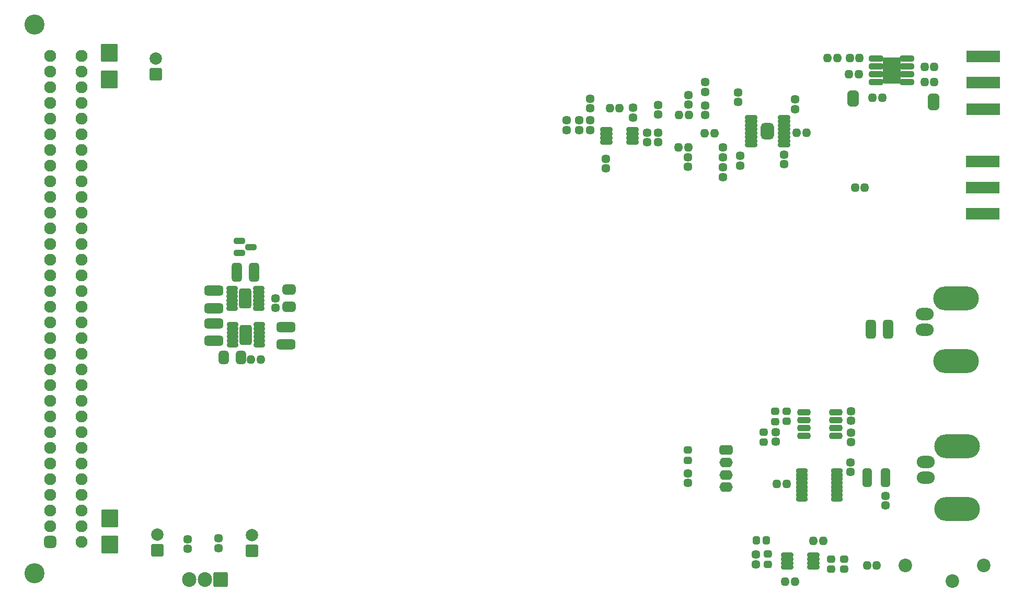
<source format=gbr>
G04 #@! TF.GenerationSoftware,KiCad,Pcbnew,(6.0.7)*
G04 #@! TF.CreationDate,2023-03-22T23:35:36+01:00*
G04 #@! TF.ProjectId,phase-frequency_detector,70686173-652d-4667-9265-7175656e6379,1.4.1*
G04 #@! TF.SameCoordinates,Original*
G04 #@! TF.FileFunction,Soldermask,Top*
G04 #@! TF.FilePolarity,Negative*
%FSLAX46Y46*%
G04 Gerber Fmt 4.6, Leading zero omitted, Abs format (unit mm)*
G04 Created by KiCad (PCBNEW (6.0.7)) date 2023-03-22 23:35:36*
%MOMM*%
%LPD*%
G01*
G04 APERTURE LIST*
G04 Aperture macros list*
%AMRoundRect*
0 Rectangle with rounded corners*
0 $1 Rounding radius*
0 $2 $3 $4 $5 $6 $7 $8 $9 X,Y pos of 4 corners*
0 Add a 4 corners polygon primitive as box body*
4,1,4,$2,$3,$4,$5,$6,$7,$8,$9,$2,$3,0*
0 Add four circle primitives for the rounded corners*
1,1,$1+$1,$2,$3*
1,1,$1+$1,$4,$5*
1,1,$1+$1,$6,$7*
1,1,$1+$1,$8,$9*
0 Add four rect primitives between the rounded corners*
20,1,$1+$1,$2,$3,$4,$5,0*
20,1,$1+$1,$4,$5,$6,$7,0*
20,1,$1+$1,$6,$7,$8,$9,0*
20,1,$1+$1,$8,$9,$2,$3,0*%
%AMFreePoly0*
4,1,41,0.586777,0.930194,0.656366,0.874698,0.694986,0.794504,0.700000,0.750000,0.700000,-0.750000,0.680194,-0.836777,0.624698,-0.906366,0.544504,-0.944986,0.500000,-0.950000,0.000000,-0.950000,-0.023504,-0.944635,-0.083606,-0.943534,-0.139582,-0.934468,-0.274897,-0.892193,-0.326080,-0.867780,-0.444090,-0.789225,-0.486362,-0.751429,-0.577582,-0.642910,-0.607548,-0.594768,-0.664643,-0.465009,
-0.679893,-0.410393,-0.697476,-0.275933,-0.697084,-0.275882,-0.700000,-0.250000,-0.700000,0.250000,-0.697921,0.259109,-0.697582,0.286880,-0.675771,0.426957,-0.659192,0.481183,-0.598944,0.609508,-0.567811,0.656904,-0.473967,0.763162,-0.430783,0.799915,-0.310888,0.875563,-0.259125,0.898717,-0.122818,0.937674,-0.066635,0.945370,-0.042411,0.945222,0.000000,0.950000,0.500000,0.950000,
0.586777,0.930194,0.586777,0.930194,$1*%
%AMFreePoly1*
4,1,41,0.022678,0.944824,0.075125,0.944504,0.131210,0.936123,0.267031,0.895504,0.318507,0.871718,0.437469,0.794611,0.480202,0.757333,0.572740,0.649936,0.603290,0.602165,0.661967,0.473113,0.677883,0.418686,0.697980,0.278353,0.700000,0.250000,0.700000,-0.250000,0.699985,-0.252439,0.699836,-0.264655,0.697079,-0.295398,0.673559,-0.435199,0.656318,-0.489221,0.594506,-0.616800,
0.562797,-0.663810,0.467662,-0.768914,0.424032,-0.805137,0.303222,-0.879314,0.251181,-0.901834,0.114408,-0.939123,0.058135,-0.946132,0.037663,-0.945757,0.000000,-0.950000,-0.500000,-0.950000,-0.586777,-0.930194,-0.656366,-0.874698,-0.694986,-0.794504,-0.700000,-0.750000,-0.700000,0.750000,-0.680194,0.836777,-0.624698,0.906366,-0.544504,0.944986,-0.500000,0.950000,0.000000,0.950000,
0.022678,0.944824,0.022678,0.944824,$1*%
G04 Aperture macros list end*
%ADD10RoundRect,0.350000X-0.825000X-0.150000X0.825000X-0.150000X0.825000X0.150000X-0.825000X0.150000X0*%
%ADD11RoundRect,0.200000X-1.205000X-1.905000X1.205000X-1.905000X1.205000X1.905000X-1.205000X1.905000X0*%
%ADD12RoundRect,0.302500X0.697500X0.102500X-0.697500X0.102500X-0.697500X-0.102500X0.697500X-0.102500X0*%
%ADD13RoundRect,0.637500X0.437500X0.712500X-0.437500X0.712500X-0.437500X-0.712500X0.437500X-0.712500X0*%
%ADD14RoundRect,0.425000X-0.225000X-0.250000X0.225000X-0.250000X0.225000X0.250000X-0.225000X0.250000X0*%
%ADD15RoundRect,0.450000X-1.075000X0.375000X-1.075000X-0.375000X1.075000X-0.375000X1.075000X0.375000X0*%
%ADD16RoundRect,0.450000X1.075000X-0.375000X1.075000X0.375000X-1.075000X0.375000X-1.075000X-0.375000X0*%
%ADD17RoundRect,0.418750X-0.218750X-0.256250X0.218750X-0.256250X0.218750X0.256250X-0.218750X0.256250X0*%
%ADD18RoundRect,0.418750X0.256250X-0.218750X0.256250X0.218750X-0.256250X0.218750X-0.256250X-0.218750X0*%
%ADD19RoundRect,0.450000X0.625000X-0.375000X0.625000X0.375000X-0.625000X0.375000X-0.625000X-0.375000X0*%
%ADD20RoundRect,0.450000X0.375000X0.625000X-0.375000X0.625000X-0.375000X-0.625000X0.375000X-0.625000X0*%
%ADD21RoundRect,0.418750X-0.256250X0.218750X-0.256250X-0.218750X0.256250X-0.218750X0.256250X0.218750X0*%
%ADD22RoundRect,0.450000X0.375000X1.075000X-0.375000X1.075000X-0.375000X-1.075000X0.375000X-1.075000X0*%
%ADD23RoundRect,0.418750X0.218750X0.256250X-0.218750X0.256250X-0.218750X-0.256250X0.218750X-0.256250X0*%
%ADD24C,2.200000*%
%ADD25RoundRect,0.300000X-0.625000X-0.100000X0.625000X-0.100000X0.625000X0.100000X-0.625000X0.100000X0*%
%ADD26RoundRect,0.450000X-0.575000X-1.175000X0.575000X-1.175000X0.575000X1.175000X-0.575000X1.175000X0*%
%ADD27RoundRect,0.300000X-0.712500X-0.100000X0.712500X-0.100000X0.712500X0.100000X-0.712500X0.100000X0*%
%ADD28RoundRect,0.300000X0.712500X0.100000X-0.712500X0.100000X-0.712500X-0.100000X0.712500X-0.100000X0*%
%ADD29RoundRect,0.425000X0.225000X0.250000X-0.225000X0.250000X-0.225000X-0.250000X0.225000X-0.250000X0*%
%ADD30RoundRect,0.200000X0.800000X-0.800000X0.800000X0.800000X-0.800000X0.800000X-0.800000X-0.800000X0*%
%ADD31C,2.000000*%
%ADD32RoundRect,0.425000X-0.250000X0.225000X-0.250000X-0.225000X0.250000X-0.225000X0.250000X0.225000X0*%
%ADD33C,3.250000*%
%ADD34RoundRect,0.449999X0.525001X-0.525001X0.525001X0.525001X-0.525001X0.525001X-0.525001X-0.525001X0*%
%ADD35C,1.950000*%
%ADD36RoundRect,0.200000X0.952500X1.000000X-0.952500X1.000000X-0.952500X-1.000000X0.952500X-1.000000X0*%
%ADD37O,2.305000X2.400000*%
%ADD38RoundRect,0.425000X0.250000X-0.225000X0.250000X0.225000X-0.250000X0.225000X-0.250000X-0.225000X0*%
%ADD39RoundRect,0.200000X1.150000X-1.250000X1.150000X1.250000X-1.150000X1.250000X-1.150000X-1.250000X0*%
%ADD40RoundRect,0.400000X-0.275000X0.200000X-0.275000X-0.200000X0.275000X-0.200000X0.275000X0.200000X0*%
%ADD41RoundRect,0.400000X0.275000X-0.200000X0.275000X0.200000X-0.275000X0.200000X-0.275000X-0.200000X0*%
%ADD42RoundRect,0.400000X0.200000X0.275000X-0.200000X0.275000X-0.200000X-0.275000X0.200000X-0.275000X0*%
%ADD43RoundRect,0.450000X-0.312500X-1.075000X0.312500X-1.075000X0.312500X1.075000X-0.312500X1.075000X0*%
%ADD44RoundRect,0.300000X-0.637500X-0.100000X0.637500X-0.100000X0.637500X0.100000X-0.637500X0.100000X0*%
%ADD45RoundRect,0.350000X-0.725000X-0.150000X0.725000X-0.150000X0.725000X0.150000X-0.725000X0.150000X0*%
%ADD46RoundRect,0.200000X2.540000X-0.750000X2.540000X0.750000X-2.540000X0.750000X-2.540000X-0.750000X0*%
%ADD47O,2.900000X2.000000*%
%ADD48O,7.400000X3.900000*%
%ADD49RoundRect,0.450000X-0.625000X0.350000X-0.625000X-0.350000X0.625000X-0.350000X0.625000X0.350000X0*%
%ADD50O,2.150000X1.600000*%
%ADD51RoundRect,0.350000X-0.587500X-0.150000X0.587500X-0.150000X0.587500X0.150000X-0.587500X0.150000X0*%
%ADD52FreePoly0,90.000000*%
%ADD53FreePoly1,90.000000*%
%ADD54FreePoly0,270.000000*%
%ADD55FreePoly1,270.000000*%
G04 APERTURE END LIST*
D10*
X209225000Y-61095000D03*
X209225000Y-62365000D03*
X209225000Y-63635000D03*
X209225000Y-64905000D03*
X214175000Y-64905000D03*
X214175000Y-63635000D03*
X214175000Y-62365000D03*
X214175000Y-61095000D03*
D11*
X211700000Y-63000000D03*
D12*
X194254300Y-75040000D03*
X194254300Y-74405000D03*
X194254300Y-73770000D03*
X194254300Y-73135000D03*
X194254300Y-72500000D03*
X194254300Y-71865000D03*
X194254300Y-71230000D03*
X194254300Y-70595000D03*
X188945700Y-70595000D03*
X188945700Y-71230000D03*
X188945700Y-71865000D03*
X188945700Y-72500000D03*
X188945700Y-73135000D03*
X188945700Y-73770000D03*
X188945700Y-74405000D03*
X188945700Y-75040000D03*
D13*
X191600000Y-72817500D03*
D14*
X204825000Y-63600000D03*
X206375000Y-63600000D03*
D15*
X101900000Y-98700000D03*
X101900000Y-101500000D03*
D16*
X101900000Y-106800000D03*
X101900000Y-104000000D03*
D17*
X196312500Y-73100000D03*
X197887500Y-73100000D03*
D18*
X196100000Y-69287500D03*
X196100000Y-67712500D03*
D19*
X114100000Y-101300000D03*
X114100000Y-98500000D03*
D20*
X106300000Y-109500000D03*
X103500000Y-109500000D03*
D21*
X194300000Y-76612500D03*
X194300000Y-78187500D03*
D18*
X181500000Y-66487500D03*
X181500000Y-64912500D03*
D22*
X108400000Y-95700000D03*
X105600000Y-95700000D03*
D18*
X178700000Y-78637500D03*
X178700000Y-77062500D03*
X178750000Y-68537500D03*
X178750000Y-66962500D03*
X162850000Y-69137500D03*
X162850000Y-67562500D03*
D21*
X161100000Y-71062500D03*
X161100000Y-72637500D03*
X165400000Y-77312500D03*
X165400000Y-78887500D03*
D18*
X169850000Y-70637500D03*
X169850000Y-69062500D03*
D21*
X184350000Y-78712500D03*
X184350000Y-80287500D03*
X173850000Y-73062500D03*
X173850000Y-74637500D03*
D17*
X199047000Y-139192000D03*
X200622000Y-139192000D03*
X194462300Y-145783300D03*
X196037300Y-145783300D03*
D18*
X189738000Y-142986400D03*
X189738000Y-141411400D03*
X111900000Y-101487500D03*
X111900000Y-99912500D03*
D17*
X107962500Y-109800000D03*
X109537500Y-109800000D03*
D21*
X186850000Y-66562500D03*
X186850000Y-68137500D03*
D18*
X184350000Y-77037500D03*
X184350000Y-75462500D03*
D21*
X181500000Y-68662500D03*
X181500000Y-70237500D03*
D18*
X187200000Y-78387500D03*
X187200000Y-76812500D03*
D17*
X181412500Y-73150000D03*
X182987500Y-73150000D03*
X177212500Y-75500000D03*
X178787500Y-75500000D03*
X177262500Y-70200000D03*
X178837500Y-70200000D03*
D18*
X173850000Y-70137500D03*
X173850000Y-68562500D03*
D21*
X172100000Y-73062500D03*
X172100000Y-74637500D03*
D17*
X166062500Y-69100000D03*
X167637500Y-69100000D03*
D21*
X162850000Y-71062500D03*
X162850000Y-72637500D03*
D18*
X159100000Y-72637500D03*
X159100000Y-71062500D03*
D22*
X211100000Y-104900000D03*
X208300000Y-104900000D03*
D17*
X207708750Y-143200000D03*
X209283750Y-143200000D03*
D23*
X202887500Y-61000000D03*
X201312500Y-61000000D03*
D24*
X213925000Y-143160000D03*
X221545000Y-145700000D03*
X226625000Y-143160000D03*
D25*
X104855000Y-98300000D03*
X104855000Y-98950000D03*
X104855000Y-99600000D03*
X104855000Y-100250000D03*
X104855000Y-100900000D03*
X104855000Y-101550000D03*
X109155000Y-101550000D03*
X109155000Y-100900000D03*
X109155000Y-100250000D03*
X109155000Y-99600000D03*
X109155000Y-98950000D03*
X109155000Y-98300000D03*
D26*
X107005000Y-99925000D03*
D25*
X104945000Y-104200000D03*
X104945000Y-104850000D03*
X104945000Y-105500000D03*
X104945000Y-106150000D03*
X104945000Y-106800000D03*
X104945000Y-107450000D03*
X109245000Y-107450000D03*
X109245000Y-106800000D03*
X109245000Y-106150000D03*
X109245000Y-105500000D03*
X109245000Y-104850000D03*
X109245000Y-104200000D03*
D26*
X107095000Y-105825000D03*
D14*
X205775000Y-82000000D03*
X207325000Y-82000000D03*
D15*
X113600000Y-104600000D03*
X113600000Y-107400000D03*
D27*
X165487500Y-72625000D03*
X165487500Y-73275000D03*
X165487500Y-73925000D03*
X165487500Y-74575000D03*
X169712500Y-74575000D03*
X169712500Y-73925000D03*
X169712500Y-73275000D03*
X169712500Y-72625000D03*
D28*
X199050500Y-143473900D03*
X199050500Y-142823900D03*
X199050500Y-142173900D03*
X199050500Y-141523900D03*
X194825500Y-141523900D03*
X194825500Y-142173900D03*
X194825500Y-142823900D03*
X194825500Y-143473900D03*
D29*
X218575000Y-62400000D03*
X217025000Y-62400000D03*
D14*
X217025000Y-64900000D03*
X218575000Y-64900000D03*
X204950000Y-61000000D03*
X206500000Y-61000000D03*
D29*
X210175000Y-67400000D03*
X208625000Y-67400000D03*
D30*
X108100000Y-140800000D03*
D31*
X108100000Y-138300000D03*
D32*
X102700000Y-138825000D03*
X102700000Y-140375000D03*
X97700000Y-138925000D03*
X97700000Y-140475000D03*
D30*
X92800000Y-140700000D03*
D31*
X92800000Y-138200000D03*
D33*
X72860000Y-144450000D03*
X72860000Y-55550000D03*
D34*
X75400000Y-139370000D03*
D35*
X75400000Y-136830000D03*
X75400000Y-134290000D03*
X75400000Y-131750000D03*
X75400000Y-129210000D03*
X75400000Y-126670000D03*
X75400000Y-124130000D03*
X75400000Y-121590000D03*
X75400000Y-119050000D03*
X75400000Y-116510000D03*
X75400000Y-113970000D03*
X75400000Y-111430000D03*
X75400000Y-108890000D03*
X75400000Y-106350000D03*
X75400000Y-103810000D03*
X75400000Y-101270000D03*
X75400000Y-98730000D03*
X75400000Y-96190000D03*
X75400000Y-93650000D03*
X75400000Y-91110000D03*
X75400000Y-88570000D03*
X75400000Y-86030000D03*
X75400000Y-83490000D03*
X75400000Y-80950000D03*
X75400000Y-78410000D03*
X75400000Y-75870000D03*
X75400000Y-73330000D03*
X75400000Y-70790000D03*
X75400000Y-68250000D03*
X75400000Y-65710000D03*
X75400000Y-63170000D03*
X75400000Y-60630000D03*
X80480000Y-139370000D03*
X80480000Y-136830000D03*
X80480000Y-134290000D03*
X80480000Y-131750000D03*
X80480000Y-129210000D03*
X80480000Y-126670000D03*
X80480000Y-124130000D03*
X80480000Y-121590000D03*
X80480000Y-119050000D03*
X80480000Y-116510000D03*
X80480000Y-113970000D03*
X80480000Y-111430000D03*
X80480000Y-108890000D03*
X80480000Y-106350000D03*
X80480000Y-103810000D03*
X80480000Y-101270000D03*
X80480000Y-98730000D03*
X80480000Y-96190000D03*
X80480000Y-93650000D03*
X80480000Y-91110000D03*
X80480000Y-88570000D03*
X80480000Y-86030000D03*
X80480000Y-83490000D03*
X80480000Y-80950000D03*
X80480000Y-78410000D03*
X80480000Y-75870000D03*
X80480000Y-73330000D03*
X80480000Y-70790000D03*
X80480000Y-68250000D03*
X80480000Y-65710000D03*
X80480000Y-63170000D03*
X80480000Y-60630000D03*
D36*
X103000000Y-145500000D03*
D37*
X100460000Y-145500000D03*
X97920000Y-145500000D03*
D30*
X92500000Y-63600000D03*
D31*
X92500000Y-61100000D03*
D38*
X205054200Y-128029000D03*
X205054200Y-126479000D03*
D29*
X194665900Y-130009900D03*
X193115900Y-130009900D03*
D32*
X192887600Y-121602200D03*
X192887600Y-123152200D03*
X205105000Y-121678400D03*
X205105000Y-123228400D03*
D38*
X205079600Y-119748600D03*
X205079600Y-118198600D03*
D32*
X210705700Y-131914600D03*
X210705700Y-133464600D03*
D39*
X85100000Y-139850000D03*
X85100000Y-135550000D03*
X85000000Y-64450000D03*
X85000000Y-60150000D03*
D40*
X204038000Y-142175000D03*
X204038000Y-143825000D03*
D41*
X201938000Y-143825000D03*
X201938000Y-142175000D03*
D42*
X191413900Y-139153900D03*
X189763900Y-139153900D03*
D40*
X178701700Y-124511300D03*
X178701700Y-126161300D03*
X191638000Y-141373900D03*
X191638000Y-143023900D03*
D41*
X190995300Y-123214900D03*
X190995300Y-121564900D03*
X192874900Y-119874800D03*
X192874900Y-118224800D03*
X194716400Y-119862100D03*
X194716400Y-118212100D03*
D43*
X207744600Y-129006600D03*
X210669600Y-129006600D03*
D44*
X197124400Y-127874600D03*
X197124400Y-128524600D03*
X197124400Y-129174600D03*
X197124400Y-129824600D03*
X197124400Y-130474600D03*
X197124400Y-131124600D03*
X197124400Y-131774600D03*
X197124400Y-132424600D03*
X202849400Y-132424600D03*
X202849400Y-131774600D03*
X202849400Y-131124600D03*
X202849400Y-130474600D03*
X202849400Y-129824600D03*
X202849400Y-129174600D03*
X202849400Y-128524600D03*
X202849400Y-127874600D03*
D45*
X197475400Y-118376700D03*
X197475400Y-119646700D03*
X197475400Y-120916700D03*
X197475400Y-122186700D03*
X202625400Y-122186700D03*
X202625400Y-120916700D03*
X202625400Y-119646700D03*
X202625400Y-118376700D03*
D46*
X226437500Y-82000000D03*
X226437500Y-77750000D03*
X226437500Y-86250000D03*
X226500000Y-60750000D03*
X226500000Y-69250000D03*
X226500000Y-65000000D03*
D47*
X217100000Y-105000000D03*
D48*
X222180000Y-99920000D03*
D47*
X217100000Y-102460000D03*
D48*
X222180000Y-110080000D03*
D47*
X217200000Y-129000000D03*
D48*
X222280000Y-134080000D03*
X222280000Y-123920000D03*
D47*
X217200000Y-126460000D03*
D49*
X184848500Y-124523500D03*
D50*
X184848500Y-126523500D03*
X184848500Y-128523500D03*
X184848500Y-130523500D03*
D32*
X178676300Y-128282400D03*
X178676300Y-129832400D03*
D51*
X106062500Y-90650000D03*
X106062500Y-92550000D03*
X107937500Y-91600000D03*
D52*
X205500000Y-68200000D03*
D53*
X205500000Y-66900000D03*
D54*
X218500000Y-67450000D03*
D55*
X218500000Y-68750000D03*
M02*

</source>
